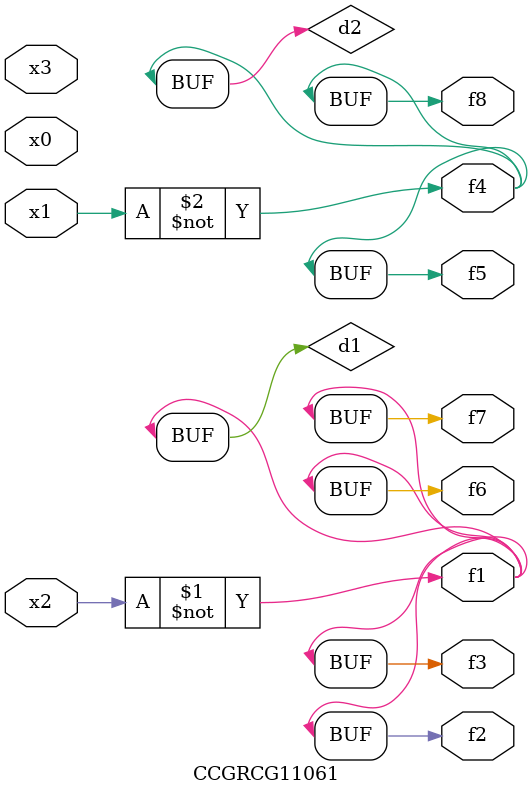
<source format=v>
module CCGRCG11061(
	input x0, x1, x2, x3,
	output f1, f2, f3, f4, f5, f6, f7, f8
);

	wire d1, d2;

	xnor (d1, x2);
	not (d2, x1);
	assign f1 = d1;
	assign f2 = d1;
	assign f3 = d1;
	assign f4 = d2;
	assign f5 = d2;
	assign f6 = d1;
	assign f7 = d1;
	assign f8 = d2;
endmodule

</source>
